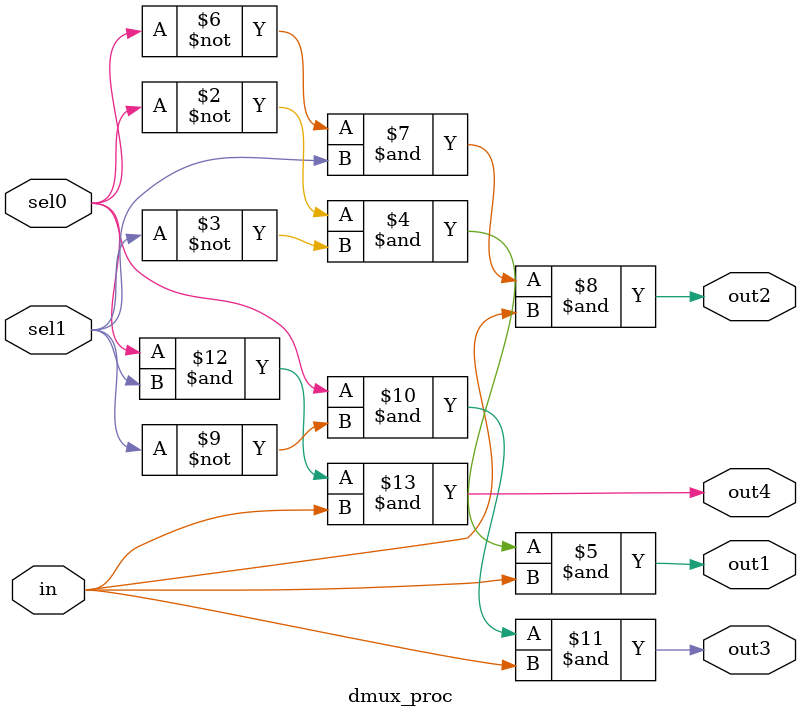
<source format=v>
`timescale 1ns / 1ps
module dmux_proc(
    input in,
    input sel0,
    input sel1,
    output reg out1,
    output reg out2,
    output reg out3,
    output reg out4
    );
	
	 always @(*)
    begin
	   out1 = (~sel0 & ~sel1 & in);
      out2 = (~sel0 & sel1 & in);
		out3 = (sel0 & ~sel1 & in);
      out4 = (sel0 & sel1 & in);
	 end
	 

endmodule

</source>
